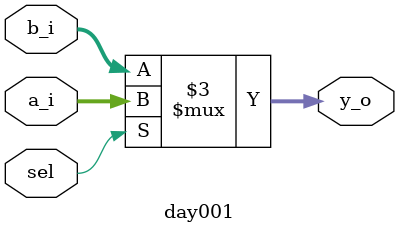
<source format=sv>
module day001 #(parameter int WIDTH = 8) (
    input wire [WIDTH-1:0] a_i,   // First leg of the 2:1 mux
    input wire [WIDTH-1:0] b_i,   // Second leg of the 2:1 mux
    input wire sel,             // Select signal
    output reg [WIDTH-1:0] y_o   // Output of the 2:1 mux
);
    // Always block for output assignment
    always_comb begin
        if (sel)
            y_o = a_i;
        else
            y_o = b_i;
    end
endmodule

</source>
